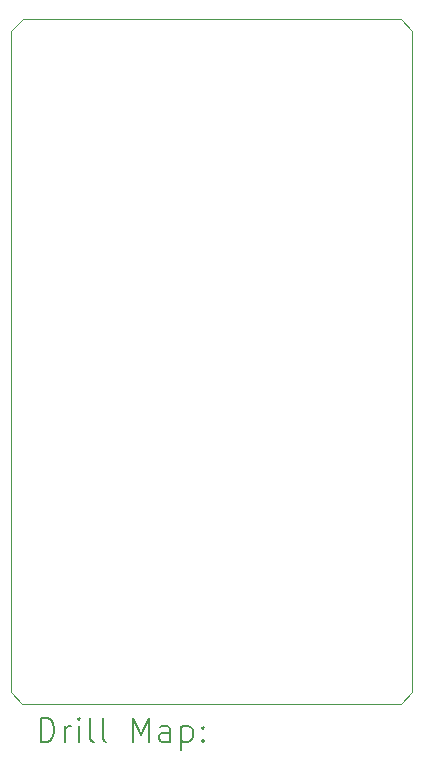
<source format=gbr>
%TF.GenerationSoftware,KiCad,Pcbnew,8.0.5*%
%TF.CreationDate,2025-01-09T14:40:58-04:00*%
%TF.ProjectId,RAMAUXB_V2,52414d41-5558-4425-9f56-322e6b696361,rev?*%
%TF.SameCoordinates,Original*%
%TF.FileFunction,Drillmap*%
%TF.FilePolarity,Positive*%
%FSLAX45Y45*%
G04 Gerber Fmt 4.5, Leading zero omitted, Abs format (unit mm)*
G04 Created by KiCad (PCBNEW 8.0.5) date 2025-01-09 14:40:58*
%MOMM*%
%LPD*%
G01*
G04 APERTURE LIST*
%ADD10C,0.100000*%
%ADD11C,0.200000*%
G04 APERTURE END LIST*
D10*
X11000000Y-8803000D02*
X7800000Y-8803000D01*
X11100000Y-8903000D02*
X11100000Y-14504000D01*
X7799000Y-14604000D02*
X7800000Y-14604000D01*
X11100000Y-14504000D02*
X11000000Y-14604000D01*
X7699000Y-14504000D02*
X7799000Y-14604000D01*
X7800000Y-8803000D02*
X7700000Y-8903000D01*
X7699000Y-8903000D02*
X7699000Y-14504000D01*
X7700000Y-8903000D02*
X7699000Y-8903000D01*
X11000000Y-8803000D02*
X11100000Y-8903000D01*
X11000000Y-14604000D02*
X7800000Y-14604000D01*
D11*
X7954777Y-14920484D02*
X7954777Y-14720484D01*
X7954777Y-14720484D02*
X8002396Y-14720484D01*
X8002396Y-14720484D02*
X8030967Y-14730008D01*
X8030967Y-14730008D02*
X8050015Y-14749055D01*
X8050015Y-14749055D02*
X8059539Y-14768103D01*
X8059539Y-14768103D02*
X8069062Y-14806198D01*
X8069062Y-14806198D02*
X8069062Y-14834769D01*
X8069062Y-14834769D02*
X8059539Y-14872865D01*
X8059539Y-14872865D02*
X8050015Y-14891912D01*
X8050015Y-14891912D02*
X8030967Y-14910960D01*
X8030967Y-14910960D02*
X8002396Y-14920484D01*
X8002396Y-14920484D02*
X7954777Y-14920484D01*
X8154777Y-14920484D02*
X8154777Y-14787150D01*
X8154777Y-14825246D02*
X8164301Y-14806198D01*
X8164301Y-14806198D02*
X8173824Y-14796674D01*
X8173824Y-14796674D02*
X8192872Y-14787150D01*
X8192872Y-14787150D02*
X8211920Y-14787150D01*
X8278586Y-14920484D02*
X8278586Y-14787150D01*
X8278586Y-14720484D02*
X8269062Y-14730008D01*
X8269062Y-14730008D02*
X8278586Y-14739531D01*
X8278586Y-14739531D02*
X8288110Y-14730008D01*
X8288110Y-14730008D02*
X8278586Y-14720484D01*
X8278586Y-14720484D02*
X8278586Y-14739531D01*
X8402396Y-14920484D02*
X8383348Y-14910960D01*
X8383348Y-14910960D02*
X8373824Y-14891912D01*
X8373824Y-14891912D02*
X8373824Y-14720484D01*
X8507158Y-14920484D02*
X8488110Y-14910960D01*
X8488110Y-14910960D02*
X8478586Y-14891912D01*
X8478586Y-14891912D02*
X8478586Y-14720484D01*
X8735729Y-14920484D02*
X8735729Y-14720484D01*
X8735729Y-14720484D02*
X8802396Y-14863341D01*
X8802396Y-14863341D02*
X8869063Y-14720484D01*
X8869063Y-14720484D02*
X8869063Y-14920484D01*
X9050015Y-14920484D02*
X9050015Y-14815722D01*
X9050015Y-14815722D02*
X9040491Y-14796674D01*
X9040491Y-14796674D02*
X9021444Y-14787150D01*
X9021444Y-14787150D02*
X8983348Y-14787150D01*
X8983348Y-14787150D02*
X8964301Y-14796674D01*
X9050015Y-14910960D02*
X9030967Y-14920484D01*
X9030967Y-14920484D02*
X8983348Y-14920484D01*
X8983348Y-14920484D02*
X8964301Y-14910960D01*
X8964301Y-14910960D02*
X8954777Y-14891912D01*
X8954777Y-14891912D02*
X8954777Y-14872865D01*
X8954777Y-14872865D02*
X8964301Y-14853817D01*
X8964301Y-14853817D02*
X8983348Y-14844293D01*
X8983348Y-14844293D02*
X9030967Y-14844293D01*
X9030967Y-14844293D02*
X9050015Y-14834769D01*
X9145253Y-14787150D02*
X9145253Y-14987150D01*
X9145253Y-14796674D02*
X9164301Y-14787150D01*
X9164301Y-14787150D02*
X9202396Y-14787150D01*
X9202396Y-14787150D02*
X9221444Y-14796674D01*
X9221444Y-14796674D02*
X9230967Y-14806198D01*
X9230967Y-14806198D02*
X9240491Y-14825246D01*
X9240491Y-14825246D02*
X9240491Y-14882388D01*
X9240491Y-14882388D02*
X9230967Y-14901436D01*
X9230967Y-14901436D02*
X9221444Y-14910960D01*
X9221444Y-14910960D02*
X9202396Y-14920484D01*
X9202396Y-14920484D02*
X9164301Y-14920484D01*
X9164301Y-14920484D02*
X9145253Y-14910960D01*
X9326205Y-14901436D02*
X9335729Y-14910960D01*
X9335729Y-14910960D02*
X9326205Y-14920484D01*
X9326205Y-14920484D02*
X9316682Y-14910960D01*
X9316682Y-14910960D02*
X9326205Y-14901436D01*
X9326205Y-14901436D02*
X9326205Y-14920484D01*
X9326205Y-14796674D02*
X9335729Y-14806198D01*
X9335729Y-14806198D02*
X9326205Y-14815722D01*
X9326205Y-14815722D02*
X9316682Y-14806198D01*
X9316682Y-14806198D02*
X9326205Y-14796674D01*
X9326205Y-14796674D02*
X9326205Y-14815722D01*
M02*

</source>
